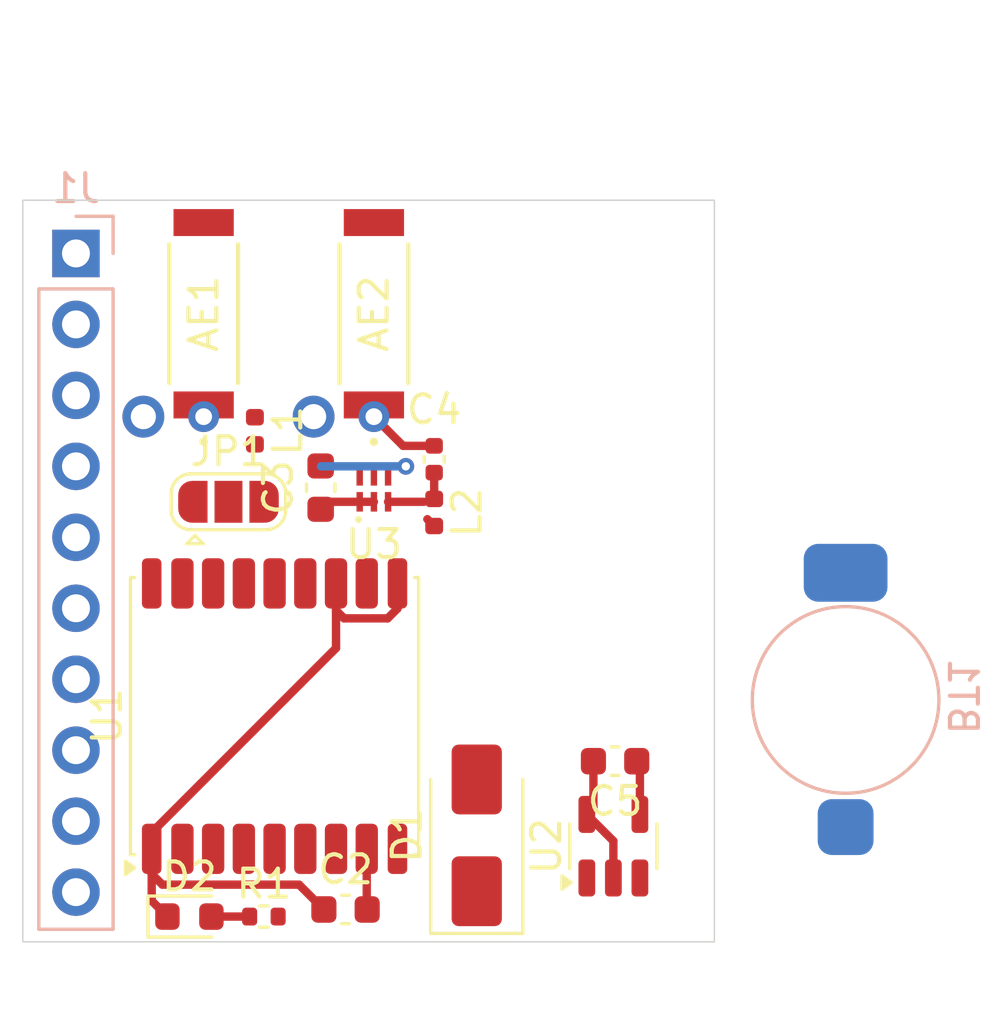
<source format=kicad_pcb>
(kicad_pcb (version 20240108) (generator "pcbnew") (generator_version "8.0")
  (layers (0 "F.Cu" signal) (31 "B.Cu" signal) (34 "B.Paste" user) (35 "F.Paste" user) (36 "B.SilkS" user "B.Silkscreen") (37 "F.SilkS" user "F.Silkscreen") (38 "B.Mask" user) (39 "F.Mask" user) (44 "Edge.Cuts" user))
  (net 0 "")
  (net 1 "PASSIVE")
  (net 2 "Net-(AE2-FEED)")
  (net 3 "VBAT")
  (net 4 "GND")
  (net 5 "+3.3V")
  (net 6 "Net-(C4-Pad2)")
  (net 7 "Net-(D2-A)")
  (net 8 "RX")
  (net 9 "PPS")
  (net 10 "SCL")
  (net 11 "RESET")
  (net 12 "TX")
  (net 13 "VCC_RF")
  (net 14 "SDA")
  (net 15 "RF")
  (net 16 "ACTIVE")
  (net 17 "Net-(U3-RF_IN)")
  (footprint "1575AT43A0040E:ANT_1575AT_JOT-L" (layer "F.Cu") (at 146.558 81.661 90)
    (property "Reference" "AE1" (at 0 0 90) (layer "F.SilkS"))
    (property "Value" "1575AT43A0040001E")
    (fp_line (start 2.485513 -1.2319) (end -2.485513 -1.2319) (stroke (width 0.1524)) (layer "F.SilkS"))
    (fp_line (start -2.485513 1.2319) (end 2.485513 1.2319) (stroke (width 0.1524)) (layer "F.SilkS"))
    (fp_circle (center -4.5847 0) (end -4.5085 0) (stroke (width 0.1524)) (fill none) (layer "F.SilkS"))
    (pad "1" thru_hole circle (at -3.683 0 90) (size 1.1 1.1) (drill 0.6) (layers "*.Cu" "*.Mask") (net 1 "PASSIVE"))
    (pad "1" smd rect (at -3.2639 0 90) (size 0.9652 2.159) (layers "F.Cu" "F.Paste" "F.Mask") (net 1 "PASSIVE"))
    (pad "2" thru_hole circle (at -3.683 -2.159 90) (size 1.5 1.5) (drill 0.9) (layers "*.Cu" "*.Mask") (net 4 "GND"))
    (pad "3" smd rect (at 3.2639 0 90) (size 0.9652 2.159) (layers "F.Cu" "F.Paste" "F.Mask"))
  )
  (footprint "LED_SMD:LED_0603_1608Metric" (layer "F.Cu") (at 146.048 103.237)
    (property "Reference" "D2" (at 0 -1.43 360) (layer "F.SilkS"))
    (property "Value" "RED")
    (fp_line (start -1.485 -0.735) (end -1.485 0.735) (stroke (width 0.12)) (layer "F.SilkS"))
    (fp_line (start -1.485 0.735) (end 0.8 0.735) (stroke (width 0.12)) (layer "F.SilkS"))
    (fp_line (start 0.8 -0.735) (end -1.485 -0.735) (stroke (width 0.12)) (layer "F.SilkS"))
    (pad "1" smd roundrect (at -0.7875 0) (size 0.875 0.95) (layers "F.Cu" "F.Paste" "F.Mask") (net 4 "GND"))
    (pad "2" smd roundrect (at 0.7875 0) (size 0.875 0.95) (layers "F.Cu" "F.Paste" "F.Mask") (net 7 "Net-(D2-A)"))
  )
  (footprint "Capacitor_SMD:C_0603_1608Metric" (layer "F.Cu") (at 150.749 87.884 -90)
    (property "Reference" "C3" (at 0 1.524 90) (layer "F.SilkS"))
    (property "Value" "100 nF")
    (fp_line (start -0.14058 0.51) (end 0.14058 0.51) (stroke (width 0.12)) (layer "F.SilkS"))
    (fp_line (start -0.14058 -0.51) (end 0.14058 -0.51) (stroke (width 0.12)) (layer "F.SilkS"))
    (pad "1" smd roundrect (at -0.775 0 270) (size 0.9 0.95) (layers "F.Cu" "F.Paste" "F.Mask") (net 5 "+3.3V"))
    (pad "2" smd roundrect (at 0.775 0 270) (size 0.9 0.95) (layers "F.Cu" "F.Paste" "F.Mask") (net 4 "GND"))
  )
  (footprint "1575AT43A0040E:ANT_1575AT_JOT-L" (layer "F.Cu") (at 152.654 81.661 90)
    (property "Reference" "AE2" (at 0 0 90) (layer "F.SilkS"))
    (property "Value" "1575AT43A0040001E")
    (fp_line (start 2.485513 -1.2319) (end -2.485513 -1.2319) (stroke (width 0.1524)) (layer "F.SilkS"))
    (fp_line (start -2.485513 1.2319) (end 2.485513 1.2319) (stroke (width 0.1524)) (layer "F.SilkS"))
    (fp_circle (center -4.5847 0) (end -4.5085 0) (stroke (width 0.1524)) (fill none) (layer "F.SilkS"))
    (pad "1" thru_hole circle (at -3.683 0 90) (size 1.1 1.1) (drill 0.6) (layers "*.Cu" "*.Mask") (net 2 "Net-(AE2-FEED)"))
    (pad "1" smd rect (at -3.2639 0 90) (size 0.9652 2.159) (layers "F.Cu" "F.Paste" "F.Mask") (net 2 "Net-(AE2-FEED)"))
    (pad "2" thru_hole circle (at -3.683 -2.159 90) (size 1.5 1.5) (drill 0.9) (layers "*.Cu" "*.Mask") (net 4 "GND"))
    (pad "3" smd rect (at 3.2639 0 90) (size 0.9652 2.159) (layers "F.Cu" "F.Paste" "F.Mask"))
  )
  (footprint "Inductor_SMD:L_0402_1005Metric" (layer "F.Cu") (at 148.393 85.8501 -90)
    (property "Reference" "L1" (at 0 -1.17 90) (layer "F.SilkS"))
    (property "Value" "33 nH")
    (pad "1" smd roundrect (at -0.485 0 270) (size 0.59 0.64) (layers "F.Cu" "F.Paste" "F.Mask") (net 1 "PASSIVE"))
    (pad "2" smd roundrect (at 0.485 0 270) (size 0.59 0.64) (layers "F.Cu" "F.Paste" "F.Mask") (net 4 "GND"))
  )
  (footprint "Jumper:SolderJumper-3_P1.3mm_Open_RoundedPad1.0x1.5mm" (layer "F.Cu") (at 147.447 88.392)
    (property "Reference" "JP1" (at 0 -1.8 0) (layer "F.SilkS"))
    (property "Value" "ANT_CFG")
    (fp_line (start -2.05 0.3) (end -2.05 -0.3) (stroke (width 0.12)) (layer "F.SilkS"))
    (fp_line (start -1.5 1.5) (end -0.9 1.5) (stroke (width 0.12)) (layer "F.SilkS"))
    (fp_line (start -1.4 -1) (end 1.4 -1) (stroke (width 0.12)) (layer "F.SilkS"))
    (fp_line (start -1.2 1.2) (end -1.5 1.5) (stroke (width 0.12)) (layer "F.SilkS"))
    (fp_line (start -1.2 1.2) (end -0.9 1.5) (stroke (width 0.12)) (layer "F.SilkS"))
    (fp_line (start 1.4 1) (end -1.4 1) (stroke (width 0.12)) (layer "F.SilkS"))
    (fp_line (start 2.05 -0.3) (end 2.05 0.3) (stroke (width 0.12)) (layer "F.SilkS"))
    (fp_arc (start -2.05 -0.3) (mid -1.844975 -0.794975) (end -1.35 -1) (stroke (width 0.12)) (layer "F.SilkS"))
    (fp_arc (start -1.35 1) (mid -1.844975 0.794975) (end -2.05 0.3) (stroke (width 0.12)) (layer "F.SilkS"))
    (fp_arc (start 1.35 -1) (mid 1.844975 -0.794975) (end 2.05 -0.3) (stroke (width 0.12)) (layer "F.SilkS"))
    (fp_arc (start 2.05 0.3) (mid 1.844975 0.794975) (end 1.35 1) (stroke (width 0.12)) (layer "F.SilkS"))
    (pad "1" smd custom (at -1.3 0) (size 1 0.5) (layers "F.Cu" "F.Mask") (net 1 "PASSIVE") (options (clearance outline) (anchor rect)) (primitives (gr_circle (center 0 0.25) (end 0.5 0.25) (width 0) (fill yes)) (gr_circle (center 0 -0.25) (end 0.5 -0.25) (width 0) (fill yes)) (gr_poly (pts (xy 0.55 0.75) (xy 0 0.75) (xy 0 -0.75) (xy 0.55 -0.75)) (width 0) (fill yes))))
    (pad "2" smd rect (at 0 0) (size 1 1.5) (layers "F.Cu" "F.Mask") (net 15 "RF"))
    (pad "3" smd custom (at 1.3 0) (size 1 0.5) (layers "F.Cu" "F.Mask") (net 16 "ACTIVE") (options (clearance outline) (anchor rect)) (primitives (gr_circle (center 0 0.25) (end 0.5 0.25) (width 0) (fill yes)) (gr_circle (center 0 -0.25) (end 0.5 -0.25) (width 0) (fill yes)) (gr_poly (pts (xy 0 0.75) (xy -0.55 0.75) (xy -0.55 -0.75) (xy 0 -0.75)) (width 0) (fill yes))))
  )
  (footprint "RF_GPS:ATGM336H" (layer "F.Cu") (at 149.098 96.063 90)
    (property "Reference" "U1" (at 0 -6 270) (layer "F.SilkS"))
    (property "Value" "ATGM336H")
    (fp_line (start 4.96 -5.16) (end 4.96 -5.01) (stroke (width 0.12)) (layer "F.SilkS"))
    (fp_line (start -4.96 -5.16) (end 4.96 -5.16) (stroke (width 0.12)) (layer "F.SilkS"))
    (fp_line (start -4.96 -5.16) (end -4.96 -5.01) (stroke (width 0.12)) (layer "F.SilkS"))
    (fp_line (start 4.96 5.01) (end 4.96 5.16) (stroke (width 0.12)) (layer "F.SilkS"))
    (fp_line (start -4.96 5.01) (end -4.96 5.16) (stroke (width 0.12)) (layer "F.SilkS"))
    (fp_line (start -4.96 5.16) (end 4.96 5.16) (stroke (width 0.12)) (layer "F.SilkS"))
    (fp_poly (pts (xy -5.43 -5.01) (xy -5.67 -5.34) (xy -5.19 -5.34) (xy -5.43 -5.01)) (stroke (width 0.12)) (fill solid) (layer "F.SilkS"))
    (pad "1" smd roundrect (at -4.75 -4.4 90) (size 1.8 0.7) (layers "F.Cu" "F.Paste" "F.Mask") (net 4 "GND"))
    (pad "2" smd roundrect (at -4.75 -3.3 90) (size 1.8 0.8) (layers "F.Cu" "F.Paste" "F.Mask") (net 12 "TX"))
    (pad "3" smd roundrect (at -4.75 -2.2 90) (size 1.8 0.8) (layers "F.Cu" "F.Paste" "F.Mask") (net 8 "RX"))
    (pad "4" smd roundrect (at -4.75 -1.1 90) (size 1.8 0.8) (layers "F.Cu" "F.Paste" "F.Mask") (net 9 "PPS"))
    (pad "5" smd roundrect (at -4.75 0 90) (size 1.8 0.8) (layers "F.Cu" "F.Paste" "F.Mask") (net 5 "+3.3V"))
    (pad "6" smd roundrect (at -4.75 1.1 90) (size 1.8 0.8) (layers "F.Cu" "F.Paste" "F.Mask") (net 3 "VBAT"))
    (pad "7" smd roundrect (at -4.75 2.2 90) (size 1.8 0.8) (layers "F.Cu" "F.Paste" "F.Mask"))
    (pad "8" smd roundrect (at -4.75 3.3 90) (size 1.8 0.8) (layers "F.Cu" "F.Paste" "F.Mask") (net 5 "+3.3V"))
    (pad "9" smd roundrect (at -4.75 4.4 90) (size 1.8 0.7) (layers "F.Cu" "F.Paste" "F.Mask") (net 11 "RESET"))
    (pad "10" smd roundrect (at 4.75 4.4 90) (size 1.8 0.7) (layers "F.Cu" "F.Paste" "F.Mask") (net 4 "GND"))
    (pad "11" smd roundrect (at 4.75 3.3 90) (size 1.8 0.8) (layers "F.Cu" "F.Paste" "F.Mask") (net 15 "RF"))
    (pad "12" smd roundrect (at 4.75 2.2 90) (size 1.8 0.8) (layers "F.Cu" "F.Paste" "F.Mask") (net 4 "GND"))
    (pad "13" smd roundrect (at 4.75 1.1 90) (size 1.8 0.8) (layers "F.Cu" "F.Paste" "F.Mask"))
    (pad "14" smd roundrect (at 4.75 0 90) (size 1.8 0.8) (layers "F.Cu" "F.Paste" "F.Mask") (net 13 "VCC_RF"))
    (pad "15" smd roundrect (at 4.75 -1.1 90) (size 1.8 0.8) (layers "F.Cu" "F.Paste" "F.Mask"))
    (pad "16" smd roundrect (at 4.75 -2.2 90) (size 1.8 0.8) (layers "F.Cu" "F.Paste" "F.Mask") (net 14 "SDA"))
    (pad "17" smd roundrect (at 4.75 -3.3 90) (size 1.8 0.8) (layers "F.Cu" "F.Paste" "F.Mask") (net 10 "SCL"))
    (pad "18" smd roundrect (at 4.75 -4.4 90) (size 1.8 0.7) (layers "F.Cu" "F.Paste" "F.Mask"))
  )
  (footprint "Capacitor_SMD:C_0603_1608Metric" (layer "F.Cu") (at 161.29 97.676 180)
    (property "Reference" "C5" (at 0 -1.43 180) (layer "F.SilkS"))
    (property "Value" "100 nF")
    (fp_line (start -0.14058 0.51) (end 0.14058 0.51) (stroke (width 0.12)) (layer "F.SilkS"))
    (fp_line (start -0.14058 -0.51) (end 0.14058 -0.51) (stroke (width 0.12)) (layer "F.SilkS"))
    (pad "1" smd roundrect (at -0.775 0 180) (size 0.9 0.95) (layers "F.Cu" "F.Paste" "F.Mask") (net 5 "+3.3V"))
    (pad "2" smd roundrect (at 0.775 0 180) (size 0.9 0.95) (layers "F.Cu" "F.Paste" "F.Mask") (net 4 "GND"))
  )
  (footprint "Capacitor_SMD:C_0402_1005Metric" (layer "F.Cu") (at 154.813 86.868 -90)
    (property "Reference" "C4" (at -1.778 0 180) (layer "F.SilkS"))
    (property "Value" "470 pF")
    (fp_line (start -0.107836 0.36) (end 0.107836 0.36) (stroke (width 0.12)) (layer "F.SilkS"))
    (fp_line (start -0.107836 -0.36) (end 0.107836 -0.36) (stroke (width 0.12)) (layer "F.SilkS"))
    (pad "1" smd roundrect (at -0.48 0 270) (size 0.56 0.62) (layers "F.Cu" "F.Paste" "F.Mask") (net 2 "Net-(AE2-FEED)"))
    (pad "2" smd roundrect (at 0.48 0 270) (size 0.56 0.62) (layers "F.Cu" "F.Paste" "F.Mask") (net 6 "Net-(C4-Pad2)"))
  )
  (footprint "Inductor_SMD:L_0402_1005Metric" (layer "F.Cu") (at 154.813 88.773 -90)
    (property "Reference" "L2" (at 0 -1.17 90) (layer "F.SilkS"))
    (property "Value" "6.8 nH")
    (pad "1" smd roundrect (at -0.485 0 270) (size 0.59 0.64) (layers "F.Cu" "F.Paste" "F.Mask") (net 6 "Net-(C4-Pad2)"))
    (pad "2" smd roundrect (at 0.485 0 270) (size 0.59 0.64) (layers "F.Cu" "F.Paste" "F.Mask") (net 17 "Net-(U3-RF_IN)"))
  )
  (footprint "Diode_SMD:D_SMA" (layer "F.Cu") (at 156.337 100.33 90)
    (property "Reference" "D1" (at 0 -2.5 270) (layer "F.SilkS"))
    (property "Value" "SS14")
    (fp_line (start -3.51 -1.65) (end 2 -1.65) (stroke (width 0.12)) (layer "F.SilkS"))
    (fp_line (start -3.51 -1.65) (end -3.51 1.65) (stroke (width 0.12)) (layer "F.SilkS"))
    (fp_line (start -3.51 1.65) (end 2 1.65) (stroke (width 0.12)) (layer "F.SilkS"))
    (pad "1" smd roundrect (at -2 0 90) (size 2.5 1.8) (layers "F.Cu" "F.Paste" "F.Mask") (roundrect_rratio 0.1388888889) (net 3 "VBAT"))
    (pad "2" smd roundrect (at 2 0 90) (size 2.5 1.8) (layers "F.Cu" "F.Paste" "F.Mask") (roundrect_rratio 0.1388888889) (net 5 "+3.3V"))
  )
  (footprint "Capacitor_SMD:C_0603_1608Metric" (layer "F.Cu") (at 151.638 102.983)
    (property "Reference" "C2" (at 0 -1.43 360) (layer "F.SilkS"))
    (property "Value" "100 nF")
    (fp_line (start -0.14058 -0.51) (end 0.14058 -0.51) (stroke (width 0.12)) (layer "F.SilkS"))
    (fp_line (start -0.14058 0.51) (end 0.14058 0.51) (stroke (width 0.12)) (layer "F.SilkS"))
    (pad "1" smd roundrect (at -0.775 0) (size 0.9 0.95) (layers "F.Cu" "F.Paste" "F.Mask") (net 4 "GND"))
    (pad "2" smd roundrect (at 0.775 0) (size 0.9 0.95) (layers "F.Cu" "F.Paste" "F.Mask") (net 5 "+3.3V"))
  )
  (footprint "Package_TO_SOT_SMD:SOT-23-5" (layer "F.Cu") (at 161.229 100.7185 90)
    (property "Reference" "U2" (at 0 -2.4 270) (layer "F.SilkS"))
    (property "Value" "AT24CS32-STUM")
    (fp_line (start 0 -1.56) (end 0.8 -1.56) (stroke (width 0.12)) (layer "F.SilkS"))
    (fp_line (start 0 -1.56) (end -0.8 -1.56) (stroke (width 0.12)) (layer "F.SilkS"))
    (fp_line (start 0 1.56) (end 0.8 1.56) (stroke (width 0.12)) (layer "F.SilkS"))
    (fp_line (start 0 1.56) (end -0.8 1.56) (stroke (width 0.12)) (layer "F.SilkS"))
    (fp_poly (pts (xy -1.3 -1.51) (xy -1.54 -1.84) (xy -1.06 -1.84) (xy -1.3 -1.51)) (stroke (width 0.12)) (fill solid) (layer "F.SilkS"))
    (pad "1" smd roundrect (at -1.1375 -0.95 90) (size 1.325 0.6) (layers "F.Cu" "F.Paste" "F.Mask") (net 10 "SCL"))
    (pad "2" smd roundrect (at -1.1375 0 90) (size 1.325 0.6) (layers "F.Cu" "F.Paste" "F.Mask") (net 4 "GND"))
    (pad "3" smd roundrect (at -1.1375 0.95 90) (size 1.325 0.6) (layers "F.Cu" "F.Paste" "F.Mask") (net 14 "SDA"))
    (pad "4" smd roundrect (at 1.1375 0.95 90) (size 1.325 0.6) (layers "F.Cu" "F.Paste" "F.Mask") (net 5 "+3.3V"))
    (pad "5" smd roundrect (at 1.1375 -0.95 90) (size 1.325 0.6) (layers "F.Cu" "F.Paste" "F.Mask") (net 4 "GND"))
  )
  (footprint "AT2659:DFN150X100X80-6N" (layer "F.Cu") (at 152.654 87.927 90)
    (property "Reference" "U3" (at -1.989 0 360) (layer "F.SilkS"))
    (property "Value" "AT2659")
    (fp_circle (center -1.1 -0.55) (end -1 -0.55) (stroke (width 0.05)) (fill none) (layer "F.SilkS"))
    (fp_circle (center -1.1 -0.55) (end -1.029291 -0.55) (stroke (width 0.05)) (fill none) (layer "F.SilkS"))
    (fp_circle (center -1.1 -0.55) (end -1.029291 -0.55) (stroke (width 0.05)) (fill none) (layer "F.SilkS"))
    (fp_circle (center -1.1 -0.55) (end -1.05 -0.55) (stroke (width 0.05)) (fill none) (layer "F.SilkS"))
    (fp_circle (center -1.1 -0.5) (end -1.05 -0.5) (stroke (width 0.05)) (fill none) (layer "F.SilkS"))
    (pad "1" smd rect (at -0.465 -0.508 90) (size 0.7 0.23) (layers "F.Cu" "F.Paste" "F.Mask") (net 4 "GND"))
    (pad "2" smd rect (at -0.465 0 90) (size 0.7 0.23) (layers "F.Cu" "F.Paste" "F.Mask") (net 4 "GND"))
    (pad "3" smd rect (at -0.465 0.508 90) (size 0.7 0.23) (layers "F.Cu" "F.Paste" "F.Mask") (net 17 "Net-(U3-RF_IN)"))
    (pad "4" smd rect (at 0.465 0.508 90) (size 0.7 0.23) (layers "F.Cu" "F.Paste" "F.Mask") (net 5 "+3.3V"))
    (pad "5" smd rect (at 0.465 0 90) (size 0.7 0.23) (layers "F.Cu" "F.Paste" "F.Mask") (net 5 "+3.3V"))
    (pad "6" smd rect (at 0.465 -0.508 90) (size 0.7 0.23) (layers "F.Cu" "F.Paste" "F.Mask") (net 16 "ACTIVE"))
  )
  (footprint "Resistor_SMD:R_0402_1005Metric" (layer "F.Cu") (at 148.715 103.237)
    (property "Reference" "R1" (at 0 -1.17 360) (layer "F.SilkS"))
    (property "Value" "1 K")
    (fp_line (start -0.153641 -0.38) (end 0.153641 -0.38) (stroke (width 0.12)) (layer "F.SilkS"))
    (fp_line (start -0.153641 0.38) (end 0.153641 0.38) (stroke (width 0.12)) (layer "F.SilkS"))
    (pad "1" smd roundrect (at -0.51 0) (size 0.54 0.64) (layers "F.Cu" "F.Paste" "F.Mask") (net 7 "Net-(D2-A)"))
    (pad "2" smd roundrect (at 0.51 0) (size 0.54 0.64) (layers "F.Cu" "F.Paste" "F.Mask") (net 9 "PPS"))
  )
  (footprint "Connector_PinHeader_2.54mm:PinHeader_1x10_P2.54mm_Vertical" (layer "B.Cu") (at 141.986 79.502 180)
    (property "Reference" "J1" (at 0 2.33 180) (layer "B.SilkS") (effects (justify mirror)))
    (property "Value" "Header")
    (fp_line (start 1.33 -1.27) (end -1.33 -1.27) (stroke (width 0.12)) (layer "B.SilkS"))
    (fp_line (start 1.33 -24.19) (end 1.33 -1.27) (stroke (width 0.12)) (layer "B.SilkS"))
    (fp_line (start 1.33 -24.19) (end -1.33 -24.19) (stroke (width 0.12)) (layer "B.SilkS"))
    (fp_line (start 0 1.33) (end -1.33 1.33) (stroke (width 0.12)) (layer "B.SilkS"))
    (fp_line (start -1.33 1.33) (end -1.33 0) (stroke (width 0.12)) (layer "B.SilkS"))
    (fp_line (start -1.33 -24.19) (end -1.33 -1.27) (stroke (width 0.12)) (layer "B.SilkS"))
    (pad "1" thru_hole rect (at 0 0 180) (size 1.7 1.7) (drill 1) (layers "*.Cu" "*.Mask") (net 4 "GND"))
    (pad "2" thru_hole oval (at 0 -2.54 180) (size 1.7 1.7) (drill 1) (layers "*.Cu" "*.Mask") (net 5 "+3.3V"))
    (pad "3" thru_hole oval (at 0 -5.08 180) (size 1.7 1.7) (drill 1) (layers "*.Cu" "*.Mask") (net 3 "VBAT"))
    (pad "4" thru_hole oval (at 0 -7.62 180) (size 1.7 1.7) (drill 1) (layers "*.Cu" "*.Mask") (net 13 "VCC_RF"))
    (pad "5" thru_hole oval (at 0 -10.16 180) (size 1.7 1.7) (drill 1) (layers "*.Cu" "*.Mask") (net 11 "RESET"))
    (pad "6" thru_hole oval (at 0 -12.7 180) (size 1.7 1.7) (drill 1) (layers "*.Cu" "*.Mask") (net 9 "PPS"))
    (pad "7" thru_hole oval (at 0 -15.24 180) (size 1.7 1.7) (drill 1) (layers "*.Cu" "*.Mask") (net 10 "SCL"))
    (pad "8" thru_hole oval (at 0 -17.78 180) (size 1.7 1.7) (drill 1) (layers "*.Cu" "*.Mask") (net 14 "SDA"))
    (pad "9" thru_hole oval (at 0 -20.32 180) (size 1.7 1.7) (drill 1) (layers "*.Cu" "*.Mask") (net 12 "TX"))
    (pad "10" thru_hole oval (at 0 -22.86 180) (size 1.7 1.7) (drill 1) (layers "*.Cu" "*.Mask") (net 8 "RX"))
  )
  (footprint "Battery:MS621R" (layer "B.Cu") (at 169.545 100.055 90)
    (property "Reference" "BT1" (at 4.699 4.191 -90) (layer "B.SilkS") (effects (justify mirror)))
    (property "Value" "MS621R")
    (fp_circle (center 4.572 0) (end 5.08 3.302) (stroke (width 0.12)) (fill none) (layer "B.SilkS"))
    (pad "1" smd roundrect (at 9.123 0 180) (size 3 2.074) (layers "B.Cu" "B.Paste" "B.Mask") (net 3 "VBAT"))
    (pad "2" smd roundrect (at 0.021 0) (size 2 2) (layers "B.Cu" "B.Paste" "B.Mask") (net 4 "GND"))
  )
  (gr_rect (start 140.081 77.597) (end 164.846 104.14) (stroke (width 0.05)) (fill none) (layer "Edge.Cuts"))
  (segment (start 153.698 86.388) (end 152.654 85.344) (width 0.3) (layer "F.Cu") (net 2))
  (segment (start 154.813 86.388) (end 153.698 86.388) (width 0.3) (layer "F.Cu") (net 2))
  (segment (start 144.698 100.229642) (end 144.698 100.813) (width 0.3) (layer "F.Cu") (net 4))
  (segment (start 145.2605 103.237) (end 144.698 102.6745) (width 0.3) (layer "F.Cu") (net 4))
  (segment (start 151.298 92.277) (end 151.298 91.313) (width 0.3) (layer "F.Cu") (net 4))
  (segment (start 151.298 93.629642) (end 144.698 100.229642) (width 0.3) (layer "F.Cu") (net 4))
  (segment (start 152.146 88.392) (end 151.016 88.392) (width 0.3) (layer "F.Cu") (net 4))
  (segment (start 150.863 102.983) (end 149.974 102.094) (width 0.3) (layer "F.Cu") (net 4))
  (segment (start 160.515 99.345) (end 160.279 99.581) (width 0.3) (layer "F.Cu") (net 4))
  (segment (start 152.146 88.392) (end 152.654 88.392) (width 0.3) (layer "F.Cu") (net 4))
  (segment (start 153.498 91.313) (end 153.498 92.213) (width 0.3) (layer "F.Cu") (net 4))
  (segment (start 153.498 92.213) (end 153.148 92.563) (width 0.3) (layer "F.Cu") (net 4))
  (segment (start 161.229 100.531) (end 160.279 99.581) (width 0.3) (layer "F.Cu") (net 4))
  (segment (start 151.298 91.313) (end 151.298 93.629642) (width 0.3) (layer "F.Cu") (net 4))
  (segment (start 149.974 102.094) (end 145.079 102.094) (width 0.3) (layer "F.Cu") (net 4))
  (segment (start 144.698 101.713) (end 144.698 100.813) (width 0.3) (layer "F.Cu") (net 4))
  (segment (start 153.148 92.563) (end 151.584 92.563) (width 0.3) (layer "F.Cu") (net 4))
  (segment (start 145.079 102.094) (end 144.698 101.713) (width 0.3) (layer "F.Cu") (net 4))
  (segment (start 161.229 101.856) (end 161.229 100.531) (width 0.3) (layer "F.Cu") (net 4))
  (segment (start 151.584 92.563) (end 151.298 92.277) (width 0.3) (layer "F.Cu") (net 4))
  (segment (start 144.698 102.6745) (end 144.698 100.813) (width 0.3) (layer "F.Cu") (net 4))
  (segment (start 160.515 97.676) (end 160.515 99.345) (width 0.3) (layer "F.Cu") (net 4))
  (segment (start 152.398 102.968) (end 152.398 100.813) (width 0.3) (layer "F.Cu") (net 5))
  (segment (start 162.179 99.581) (end 162.179 97.79) (width 0.3) (layer "F.Cu") (net 5))
  (segment (start 162.179 97.79) (end 162.065 97.676) (width 0.3) (layer "F.Cu") (net 5))
  (segment (start 152.413 102.983) (end 152.398 102.968) (width 0.3) (layer "F.Cu") (net 5))
  (via (at 153.797 87.122) (size 0.6) (drill 0.3) (layers "F.Cu" "B.Cu") (net 5))
  (segment (start 153.797 87.122) (end 150.762 87.122) (width 0.3) (layer "B.Cu") (net 5))
  (segment (start 154.813 88.288) (end 154.813 87.348) (width 0.3) (layer "F.Cu") (net 6))
  (segment (start 148.205 103.237) (end 146.8355 103.237) (width 0.3) (layer "F.Cu") (net 7))
  (segment (start 154.442 88.392) (end 153.162 88.392) (width 0.3) (layer "F.Cu") (net 17))
  (segment (start 154.813 89.258) (end 154.569 89.014) (width 0.3) (layer "F.Cu") (net 17))
)
</source>
